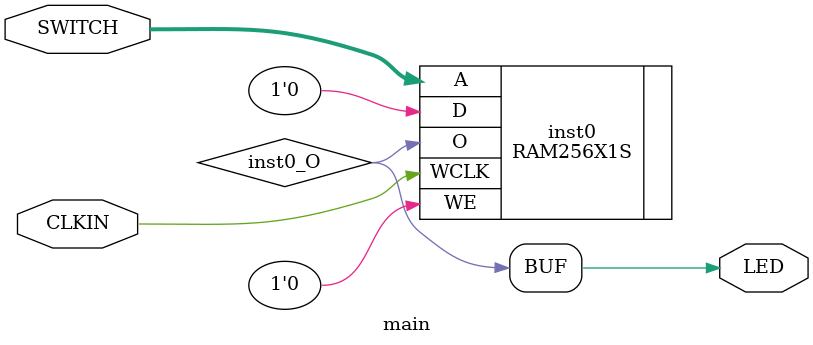
<source format=v>
module main (output [0:0] LED, input [7:0] SWITCH, input  CLKIN);
wire  inst0_O;
RAM256X1S #(.INIT(256'hFFFFFFFFFFFFFFFF5555555555555555FFFFFFFFFFFFFFFFAAAAAAAAAAAAAAAA)) inst0 (.A(SWITCH), .D(1'b0), .O(inst0_O), .WE(1'b0), .WCLK(CLKIN));
assign LED = {inst0_O};
endmodule


</source>
